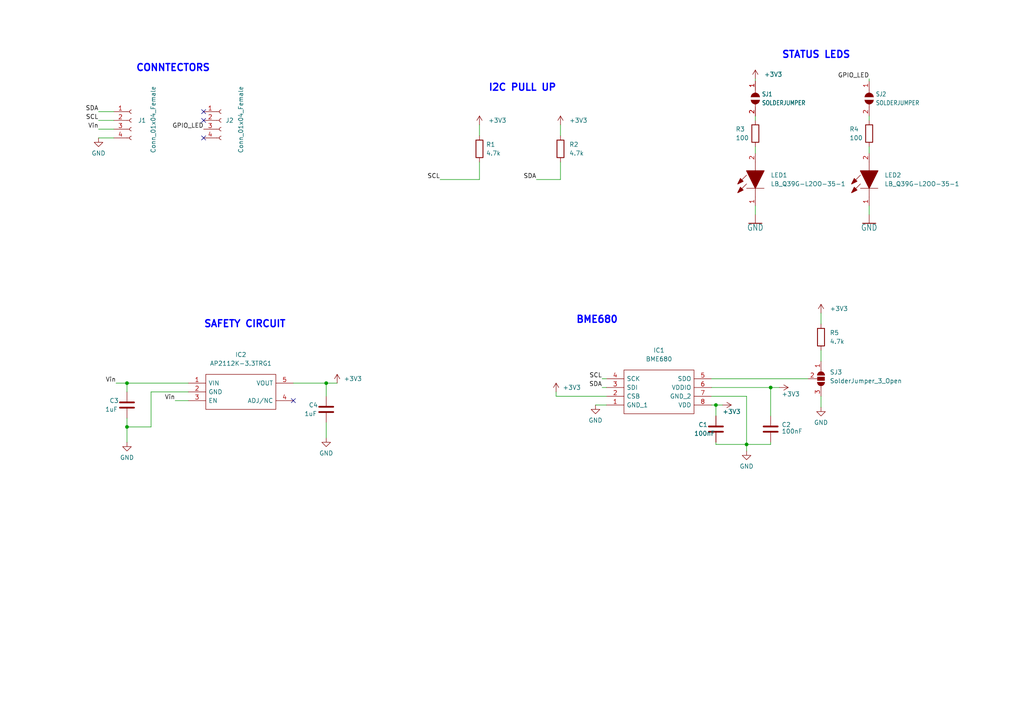
<source format=kicad_sch>
(kicad_sch (version 20230121) (generator eeschema)
  (paper "A4")
  (lib_symbols
    (symbol "AP2112K-3.3TRG1:AP2112K-3.3TRG1" (pin_names (offset 0.762))
      (property "Reference" "IC" (at 26.67 7.62 0))
      (property "Value" "AP2112K-3.3TRG1" (at 26.67 5.08 0))
      (symbol "AP2112K-3.3TRG1_0_0"
        (pin passive line (at 0 0 0) (length 5.08) (name "VIN") (number "1"))
        (pin passive line (at 0 -2.54 0) (length 5.08) (name "GND") (number "2"))
        (pin passive line (at 0 -5.08 0) (length 5.08) (name "EN") (number "3"))
        (pin passive line (at 30.48 -5.08 180) (length 5.08) (name "ADJ/NC") (number "4"))
        (pin passive line (at 30.48 0 180) (length 5.08) (name "VOUT") (number "5"))
      )
      (symbol "AP2112K-3.3TRG1_0_1"
        (polyline (pts (xy 5.08 2.54) (xy 25.4 2.54) (xy 25.4 -7.62) (xy 5.08 -7.62) (xy 5.08 2.54)) (stroke (width 0.1524)))
      )
    )
    (symbol "Adafruit BMP390-eagle-import:SOLDERJUMPER"
      (property "Reference" "SJ" (at -2.54 2.54 0))
      (property "Value" "SOLDERJUMPER" (at -2.54 -3.81 0))
      (symbol "SOLDERJUMPER_1_0"
        (arc (start -0.381 1.2699) (mid -1.6508 0) (end -0.381 -1.2699) (stroke (width 0.0001)) (fill (type outline)))
        (polyline (pts (xy -2.54 0) (xy -1.651 0)) (stroke (width 0.1524)))
        (polyline (pts (xy 2.54 0) (xy 1.651 0)) (stroke (width 0.1524)))
        (arc (start 0.381 -1.2699) (mid 1.6508 0) (end 0.381 1.2699) (stroke (width 0.0001)) (fill (type outline)))
        (pin passive line (at -5.08 0 0) (length 2.54) (name "1") (number "1"))
        (pin passive line (at 5.08 0 180) (length 2.54) (name "2") (number "2"))
      )
    )
    (symbol "BME680:BME680" (pin_names (offset 0.762))
      (property "Reference" "IC" (at 26.67 7.62 0))
      (property "Value" "BME680" (at 26.67 5.08 0))
      (symbol "BME680_0_0"
        (pin passive line (at 0 -7.62 0) (length 5.08) (name "GND_1") (number "1"))
        (pin passive line (at 0 -5.08 0) (length 5.08) (name "CSB") (number "2"))
        (pin passive line (at 0 -2.54 0) (length 5.08) (name "SDI") (number "3"))
        (pin passive line (at 0 0 0) (length 5.08) (name "SCK") (number "4"))
        (pin passive line (at 30.48 0 180) (length 5.08) (name "SDO") (number "5"))
        (pin passive line (at 30.48 -2.54 180) (length 5.08) (name "VDDIO") (number "6"))
        (pin passive line (at 30.48 -5.08 180) (length 5.08) (name "GND_2") (number "7"))
        (pin passive line (at 30.48 -7.62 180) (length 5.08) (name "VDD") (number "8"))
      )
      (symbol "BME680_0_1"
        (polyline (pts (xy 5.08 2.54) (xy 25.4 2.54) (xy 25.4 -10.16) (xy 5.08 -10.16) (xy 5.08 2.54)) (stroke (width 0.1524)))
      )
    )
    (symbol "Connector:Conn_01x04_Female" (pin_names (offset 1.016) hide)
      (property "Reference" "J" (at 0 5.08 0))
      (property "Value" "Conn_01x04_Female" (at 0 -7.62 0))
      (symbol "Conn_01x04_Female_1_1"
        (arc (start 0 -4.572) (mid -0.5058 -5.08) (end 0 -5.588) (stroke (width 0.1524)))
        (arc (start 0 -2.032) (mid -0.5058 -2.54) (end 0 -3.048) (stroke (width 0.1524)))
        (polyline (pts (xy -1.27 -5.08) (xy -0.508 -5.08)) (stroke (width 0.1524)))
        (polyline (pts (xy -1.27 -2.54) (xy -0.508 -2.54)) (stroke (width 0.1524)))
        (polyline (pts (xy -1.27 0) (xy -0.508 0)) (stroke (width 0.1524)))
        (polyline (pts (xy -1.27 2.54) (xy -0.508 2.54)) (stroke (width 0.1524)))
        (arc (start 0 0.508) (mid -0.5058 0) (end 0 -0.508) (stroke (width 0.1524)))
        (arc (start 0 3.048) (mid -0.5058 2.54) (end 0 2.032) (stroke (width 0.1524)))
        (pin passive line (at -5.08 2.54 0) (length 3.81) (name "Pin_1") (number "1"))
        (pin passive line (at -5.08 0 0) (length 3.81) (name "Pin_2") (number "2"))
        (pin passive line (at -5.08 -2.54 0) (length 3.81) (name "Pin_3") (number "3"))
        (pin passive line (at -5.08 -5.08 0) (length 3.81) (name "Pin_4") (number "4"))
      )
    )
    (symbol "Device:C" (pin_numbers hide) (pin_names (offset 0.254))
      (property "Reference" "C" (at 0.635 2.54 0))
      (property "Value" "C" (at 0.635 -2.54 0))
      (symbol "C_0_1"
        (polyline (pts (xy -2.032 -0.762) (xy 2.032 -0.762)) (stroke (width 0.508)))
        (polyline (pts (xy -2.032 0.762) (xy 2.032 0.762)) (stroke (width 0.508)))
      )
      (symbol "C_1_1"
        (pin passive line (at 0 3.81 270) (length 2.794) (name "~") (number "1"))
        (pin passive line (at 0 -3.81 90) (length 2.794) (name "~") (number "2"))
      )
    )
    (symbol "Device:R" (pin_numbers hide) (pin_names (offset 0))
      (property "Reference" "R" (at 2.032 0 90))
      (property "Value" "R" (at 0 0 90))
      (symbol "R_0_1"
        (rectangle (start -1.016 -2.54) (end 1.016 2.54) (stroke (width 0.254)))
      )
      (symbol "R_1_1"
        (pin passive line (at 0 3.81 270) (length 1.27) (name "~") (number "1"))
        (pin passive line (at 0 -3.81 90) (length 1.27) (name "~") (number "2"))
      )
    )
    (symbol "Jumper:SolderJumper_3_Open" (pin_names (offset 0) hide)
      (property "Reference" "JP" (at -2.54 -2.54 0))
      (property "Value" "SolderJumper_3_Open" (at 0 2.794 0))
      (symbol "SolderJumper_3_Open_0_1"
        (arc (start -1.016 1.016) (mid -2.0276 0) (end -1.016 -1.016))
        (arc (start -1.016 1.016) (mid -2.0276 0) (end -1.016 -1.016) (fill (type outline)))
        (rectangle (start -0.508 1.016) (end 0.508 -1.016) (fill (type outline)))
        (polyline (pts (xy -2.54 0) (xy -2.032 0)))
        (polyline (pts (xy -1.016 1.016) (xy -1.016 -1.016)))
        (polyline (pts (xy 0 -1.27) (xy 0 -1.016)))
        (polyline (pts (xy 1.016 1.016) (xy 1.016 -1.016)))
        (polyline (pts (xy 2.54 0) (xy 2.032 0)))
        (arc (start 1.016 -1.016) (mid 2.0276 0) (end 1.016 1.016))
        (arc (start 1.016 -1.016) (mid 2.0276 0) (end 1.016 1.016) (fill (type outline)))
      )
      (symbol "SolderJumper_3_Open_1_1"
        (pin passive line (at -5.08 0 0) (length 2.54) (name "A") (number "1"))
        (pin passive line (at 0 -3.81 90) (length 2.54) (name "C") (number "2"))
        (pin passive line (at 5.08 0 180) (length 2.54) (name "B") (number "3"))
      )
    )
    (symbol "LB_Q39G-L2OO-35-1:LB_Q39G-L2OO-35-1" (pin_names (offset 0.762))
      (property "Reference" "LED" (at 12.7 8.89 0))
      (property "Value" "LB_Q39G-L2OO-35-1" (at 12.7 6.35 0))
      (symbol "LB_Q39G-L2OO-35-1_0_0"
        (pin passive line (at 0 0 0) (length 2.54) (name "~") (number "1"))
        (pin passive line (at 15.24 0 180) (length 2.54) (name "~") (number "2"))
      )
      (symbol "LB_Q39G-L2OO-35-1_0_1"
        (polyline (pts (xy 2.54 0) (xy 5.08 0)) (stroke (width 0.1524)))
        (polyline (pts (xy 5.08 2.54) (xy 5.08 -2.54)) (stroke (width 0.1524)))
        (polyline (pts (xy 6.35 2.54) (xy 3.81 5.08)) (stroke (width 0.1524)))
        (polyline (pts (xy 8.89 2.54) (xy 6.35 5.08)) (stroke (width 0.1524)))
        (polyline (pts (xy 10.16 0) (xy 12.7 0)) (stroke (width 0.1524)))
        (polyline (pts (xy 5.08 0) (xy 10.16 2.54) (xy 10.16 -2.54) (xy 5.08 0)) (stroke (width 0.254)) (fill (type outline)))
        (polyline (pts (xy 5.334 4.318) (xy 4.572 3.556) (xy 3.81 5.08) (xy 5.334 4.318)) (stroke (width 0.254)) (fill (type outline)))
        (polyline (pts (xy 7.874 4.318) (xy 7.112 3.556) (xy 6.35 5.08) (xy 7.874 4.318)) (stroke (width 0.254)) (fill (type outline)))
      )
    )
    (symbol "SparkFun Qwiic ToF Imager - VL53L5CX - Mini-eagle-import:GND" (power)
      (property "Value" "GND" (at 0 -0.254 0))
      (symbol "GND_1_0"
        (polyline (pts (xy -1.905 0) (xy 1.905 0)) (stroke (width 0.254)))
        (pin power_in line (at 0 2.54 270) (length 2.54) (name "GND") (number "1"))
      )
    )
    (symbol "power:+3V3" (power) (pin_names (offset 0))
      (property "Value" "+3V3" (at 0 3.556 0))
      (symbol "+3V3_0_1"
        (polyline (pts (xy -0.762 1.27) (xy 0 2.54)))
        (polyline (pts (xy 0 0) (xy 0 2.54)))
        (polyline (pts (xy 0 2.54) (xy 0.762 1.27)))
      )
      (symbol "+3V3_1_1"
        (pin power_in line (at 0 0 90) (length 0) hide (name "+3V3") (number "1"))
      )
    )
    (symbol "power:GND" (power) (pin_names (offset 0))
      (property "Value" "GND" (at 0 -3.81 0))
      (symbol "GND_0_1"
        (polyline (pts (xy 0 0) (xy 0 -1.27) (xy 1.27 -1.27) (xy 0 -2.54) (xy -1.27 -1.27) (xy 0 -1.27)))
      )
      (symbol "GND_1_1"
        (pin power_in line (at 0 0 270) (length 0) hide (name "GND") (number "1"))
      )
    )
  )
  (junction (at 94.615 111.125))
  (junction (at 216.535 128.905))
  (junction (at 207.645 117.475))
  (junction (at 36.83 111.125))
  (junction (at 223.52 112.395))
  (junction (at 36.83 123.825))
  (no_connect (at 59.055 32.385))
  (no_connect (at 59.055 34.925))
  (no_connect (at 59.055 40.005))
  (no_connect (at 85.09 116.205))
  (wire (pts (xy 206.375 114.935) (xy 216.535 114.935)))
  (wire (pts (xy 127.635 52.07) (xy 139.065 52.07)))
  (wire (pts (xy 36.83 121.285) (xy 36.83 123.825)))
  (wire (pts (xy 50.8 116.205) (xy 54.61 116.205)))
  (wire (pts (xy 162.56 36.195) (xy 162.56 39.37)))
  (wire (pts (xy 155.575 52.07) (xy 162.56 52.07)))
  (wire (pts (xy 161.29 114.935) (xy 175.895 114.935)))
  (wire (pts (xy 207.645 128.27) (xy 207.645 128.905)))
  (wire (pts (xy 36.83 123.825) (xy 43.815 123.825)))
  (wire (pts (xy 207.645 117.475) (xy 207.645 120.65)))
  (wire (pts (xy 162.56 46.99) (xy 162.56 52.07)))
  (wire (pts (xy 36.83 123.825) (xy 36.83 128.27)))
  (wire (pts (xy 238.125 101.6) (xy 238.125 104.775)))
  (wire (pts (xy 43.815 113.665) (xy 54.61 113.665)))
  (wire (pts (xy 97.79 111.125) (xy 94.615 111.125)))
  (wire (pts (xy 172.72 117.475) (xy 175.895 117.475)))
  (wire (pts (xy 216.535 128.905) (xy 223.52 128.905)))
  (wire (pts (xy 33.02 37.465) (xy 28.575 37.465)))
  (wire (pts (xy 33.655 111.125) (xy 36.83 111.125)))
  (wire (pts (xy 252.095 62.23) (xy 252.095 59.69)))
  (wire (pts (xy 139.065 52.07) (xy 139.065 46.99)))
  (wire (pts (xy 252.095 33.655) (xy 252.095 34.925)))
  (wire (pts (xy 33.02 40.005) (xy 28.575 40.005)))
  (wire (pts (xy 161.29 113.665) (xy 161.29 114.935)))
  (wire (pts (xy 207.645 117.475) (xy 206.375 117.475)))
  (wire (pts (xy 219.075 22.86) (xy 219.075 23.495)))
  (wire (pts (xy 94.615 122.555) (xy 94.615 127)))
  (wire (pts (xy 33.02 32.385) (xy 28.575 32.385)))
  (wire (pts (xy 223.52 112.395) (xy 226.06 112.395)))
  (wire (pts (xy 94.615 111.125) (xy 94.615 114.935)))
  (wire (pts (xy 36.83 111.125) (xy 54.61 111.125)))
  (wire (pts (xy 223.52 128.27) (xy 223.52 128.905)))
  (wire (pts (xy 252.095 42.545) (xy 252.095 44.45)))
  (wire (pts (xy 216.535 130.81) (xy 216.535 128.905)))
  (wire (pts (xy 219.075 62.23) (xy 219.075 59.69)))
  (wire (pts (xy 223.52 112.395) (xy 223.52 120.65)))
  (wire (pts (xy 238.125 90.805) (xy 238.125 93.98)))
  (wire (pts (xy 36.83 111.125) (xy 36.83 113.665)))
  (wire (pts (xy 206.375 112.395) (xy 223.52 112.395)))
  (wire (pts (xy 219.075 42.545) (xy 219.075 44.45)))
  (wire (pts (xy 207.645 128.905) (xy 216.535 128.905)))
  (wire (pts (xy 209.55 117.475) (xy 207.645 117.475)))
  (wire (pts (xy 252.095 22.86) (xy 252.095 23.495)))
  (wire (pts (xy 219.075 33.655) (xy 219.075 34.925)))
  (wire (pts (xy 206.375 109.855) (xy 234.315 109.855)))
  (wire (pts (xy 139.065 36.195) (xy 139.065 39.37)))
  (wire (pts (xy 43.815 113.665) (xy 43.815 123.825)))
  (wire (pts (xy 238.125 118.11) (xy 238.125 114.935)))
  (wire (pts (xy 174.625 112.395) (xy 175.895 112.395)))
  (wire (pts (xy 33.02 34.925) (xy 28.575 34.925)))
  (wire (pts (xy 174.625 109.855) (xy 175.895 109.855)))
  (wire (pts (xy 94.615 111.125) (xy 85.09 111.125)))
  (wire (pts (xy 216.535 114.935) (xy 216.535 128.905)))
  (text "BME680" (at 167.005 93.98 0) (effects (font (size 2 2) bold) (justify left bottom)))
  (text "STATUS LEDS" (at 226.695 17.145 0) (effects (font (size 2 2) bold) (justify left bottom)))
  (text "I2C PULL UP" (at 141.605 26.67 0) (effects (font (size 2 2) bold) (justify left bottom)))
  (text "CONNTECTORS" (at 39.37 20.955 0) (effects (font (size 2 2) bold) (justify left bottom)))
  (text "SAFETY CIRCUIT" (at 59.055 95.25 0) (effects (font (size 2 2) bold) (justify left bottom)))
  (label "GPIO_LED" (at 59.055 37.465 180))
  (label "SDA" (at 174.625 112.395 180))
  (label "SDA" (at 28.575 32.385 180))
  (label "SCL" (at 127.635 52.07 180))
  (label "Vin" (at 50.8 116.205 180))
  (label "SCL" (at 28.575 34.925 180))
  (label "SCL" (at 174.625 109.855 180))
  (label "SDA" (at 155.575 52.07 180))
  (label "Vin" (at 33.655 111.125 180))
  (label "GPIO_LED" (at 252.095 22.86 180))
  (label "Vin" (at 28.575 37.465 180))
  (symbol (lib_id "Device:C") (at 94.615 118.745 0) (unit 1)
    (property "Reference" "C4" (at 89.535 117.475 0) (effects (justify left)))
    (property "Value" "1uF" (at 88.265 120.015 0) (effects (justify left)))
    (property "Footprint" "Capacitor_SMD:C_0603_1608Metric" (effects hide))
  )
  (symbol (lib_id "AP2112K-3.3TRG1:AP2112K-3.3TRG1") (at 54.61 111.125 0) (unit 1)
    (property "Reference" "IC2" (at 69.85 102.87 0))
    (property "Value" "AP2112K-3.3TRG1" (at 69.85 105.41 0))
    (property "Footprint" "KiCAD_Components_Footprints_Local:SOT95P282X130-5N" (effects hide))
    (property "Description" "600mA 3.3V LDO Regulator Enable SOT23-5 DiodesZetex AP2112K-3.3TRG1, LDO Voltage Regulator, 3.3 V +/-1.5%, 2.5  6 Vin, 5-Pin SOT-23" (effects hide))
    (property "Height" "1.3" (effects hide))
    (property "Mouser Part Number" "621-AP2112K-3.3TRG1" (effects hide))
    (property "Mouser Price/Stock" "https://www.mouser.co.uk/ProductDetail/Diodes-Incorporated/AP2112K-3.3TRG1?qs=x6A8l6qLYDDPYHosCdzh%2FA%3D%3D" (effects hide))
    (property "Manufacturer_Name" "Diodes Inc." (effects hide))
    (property "Manufacturer_Part_Number" "AP2112K-3.3TRG1" (effects hide))
  )
  (symbol (lib_id "LB_Q39G-L2OO-35-1:LB_Q39G-L2OO-35-1") (at 219.075 59.69 90) (unit 1)
    (property "Reference" "LED1" (at 223.52 50.7999 90) (effects (justify right)))
    (property "Value" "LB_Q39G-L2OO-35-1" (at 223.52 53.3399 90) (effects (justify right)))
    (property "Footprint" "LB_Q39G-L2OO-35-1:LEDC1608X40N" (effects hide))
    (property "Description" "Standard LEDs - SMD Blue, 470nm 45mcd, 5mA" (effects hide))
    (property "Height" "0.4" (effects hide))
    (property "Mouser Part Number" "720-LBQ39GL2N2351" (effects hide))
    (property "Mouser Price/Stock" "https://www.mouser.co.uk/ProductDetail/OSRAM-Opto-Semiconductors/LB-Q39G-L2OO-35-1?qs=74fRo9GAWsxvZBH6a5xY%252BA%3D%3D" (effects hide))
    (property "Manufacturer_Name" "OSRAM" (effects hide))
    (property "Manufacturer_Part_Number" "LB Q39G-L2OO-35-1" (effects hide))
  )
  (symbol (lib_id "BME680:BME680") (at 175.895 109.855 0) (unit 1)
    (property "Reference" "IC1" (at 191.135 101.6 0))
    (property "Value" "BME680" (at 191.135 104.14 0))
    (property "Footprint" "BME680" (effects hide))
    (property "Datasheet" "https://datasheet.datasheetarchive.com/originals/distributors/DKDS-24/462907.pdf" (effects hide))
    (property "Description" "Air Quality Sensors Environmental Sensor VOC IIR EMC" (effects hide))
    (property "Mouser Part Number" "262-BME680" (effects hide))
    (property "Mouser Price/Stock" "https://www.mouser.co.uk/ProductDetail/Bosch-Sensortec/BME680?qs=v271MhAjFHjo0yA%2FC4OnDQ%3D%3D" (effects hide))
    (property "Manufacturer_Name" "BOSCH" (effects hide))
    (property "Manufacturer_Part_Number" "BME680" (effects hide))
  )
  (symbol (lib_id "power:+3V3") (at 238.125 90.805 0) (unit 1)
    (property "Reference" "#PWR0103" (effects hide))
    (property "Value" "+3V3" (at 240.665 89.5349 0) (effects (justify left)))
  )
  (symbol (lib_id "Device:C") (at 223.52 124.46 0) (unit 1)
    (property "Reference" "C2" (at 226.695 123.19 0) (effects (justify left)))
    (property "Value" "100nF" (at 226.695 125.095 0) (effects (justify left)))
    (property "Footprint" "Capacitor_SMD:C_0603_1608Metric" (effects hide))
  )
  (symbol (lib_id "power:GND") (at 216.535 130.81 0) (unit 1)
    (property "Reference" "#PWR0101" (effects hide))
    (property "Value" "GND" (at 216.535 135.255 0))
  )
  (symbol (lib_id "power:+3V3") (at 219.075 22.86 0) (unit 1)
    (property "Reference" "#PWR0104" (effects hide))
    (property "Value" "+3V3" (at 221.615 21.5899 0) (effects (justify left)))
  )
  (symbol (lib_id "power:GND") (at 94.615 127 0) (unit 1)
    (property "Reference" "#PWR0114" (effects hide))
    (property "Value" "GND" (at 94.615 131.445 0))
  )
  (symbol (lib_id "Device:C") (at 207.645 124.46 0) (unit 1)
    (property "Reference" "C1" (at 202.565 123.19 0) (effects (justify left)))
    (property "Value" "100nF" (at 201.295 125.73 0) (effects (justify left)))
    (property "Footprint" "Capacitor_SMD:C_0603_1608Metric" (effects hide))
  )
  (symbol (lib_id "SparkFun Qwiic ToF Imager - VL53L5CX - Mini-eagle-import:GND") (at 252.095 64.77 0) (unit 1)
    (property "Reference" "#GND0101" (effects hide))
    (property "Value" "GND" (at 252.095 65.024 0) (effects (font (size 1.778 1.5113)) (justify top)))
    (property "Footprint" "SparkFun Qwiic ToF Imager - VL53L5CX - Mini:" (effects hide))
  )
  (symbol (lib_id "Connector:Conn_01x04_Female") (at 64.135 34.925 0) (unit 1)
    (property "Reference" "J2" (at 65.405 34.9249 0) (effects (justify left)))
    (property "Value" "Conn_01x04_Female" (at 69.85 44.45 90) (effects (justify left)))
    (property "Footprint" "Connector_PinHeader_2.54mm:PinHeader_1x04_P2.54mm_Vertical" (effects hide))
  )
  (symbol (lib_id "power:GND") (at 36.83 128.27 0) (unit 1)
    (property "Reference" "#PWR0113" (effects hide))
    (property "Value" "GND" (at 36.83 132.715 0))
  )
  (symbol (lib_id "Jumper:SolderJumper_3_Open") (at 238.125 109.855 270) (unit 1)
    (property "Reference" "SJ3" (at 240.665 107.95 90) (effects (justify left)))
    (property "Value" "SolderJumper_3_Open" (at 240.665 110.49 90) (effects (justify left)))
    (property "Footprint" "Jumper:SolderJumper-3_P1.3mm_Open_RoundedPad1.0x1.5mm" (effects hide))
  )
  (symbol (lib_id "Device:C") (at 36.83 117.475 0) (unit 1)
    (property "Reference" "C3" (at 31.75 116.205 0) (effects (justify left)))
    (property "Value" "1uF" (at 30.48 118.745 0) (effects (justify left)))
    (property "Footprint" "Capacitor_SMD:C_0603_1608Metric" (effects hide))
  )
  (symbol (lib_id "power:+3V3") (at 161.29 113.665 0) (unit 1)
    (property "Reference" "#PWR0108" (effects hide))
    (property "Value" "+3V3" (at 163.195 112.3949 0) (effects (justify left)))
  )
  (symbol (lib_id "power:GND") (at 238.125 118.11 0) (unit 1)
    (property "Reference" "#PWR0107" (effects hide))
    (property "Value" "GND" (at 238.125 122.555 0))
  )
  (symbol (lib_id "power:+3V3") (at 209.55 117.475 270) (unit 1)
    (property "Reference" "#PWR0102" (effects hide))
    (property "Value" "+3V3" (at 209.55 119.38 90) (effects (justify left)))
  )
  (symbol (lib_id "Device:R") (at 252.095 38.735 0) (unit 1)
    (property "Reference" "R4" (at 246.38 37.465 0) (effects (justify left)))
    (property "Value" "100" (at 246.38 40.005 0) (effects (justify left)))
    (property "Footprint" "Resistor_SMD:R_0603_1608Metric" (effects hide))
  )
  (symbol (lib_id "power:+3V3") (at 97.79 111.125 0) (unit 1)
    (property "Reference" "#PWR0110" (effects hide))
    (property "Value" "+3V3" (at 99.695 109.8549 0) (effects (justify left)))
  )
  (symbol (lib_id "LB_Q39G-L2OO-35-1:LB_Q39G-L2OO-35-1") (at 252.095 59.69 90) (unit 1)
    (property "Reference" "LED2" (at 256.54 50.7999 90) (effects (justify right)))
    (property "Value" "LB_Q39G-L2OO-35-1" (at 256.54 53.3399 90) (effects (justify right)))
    (property "Footprint" "LB_Q39G-L2OO-35-1:LEDC1608X40N" (effects hide))
    (property "Description" "Standard LEDs - SMD Blue, 470nm 45mcd, 5mA" (effects hide))
    (property "Height" "0.4" (effects hide))
    (property "Mouser Part Number" "720-LBQ39GL2N2351" (effects hide))
    (property "Mouser Price/Stock" "https://www.mouser.co.uk/ProductDetail/OSRAM-Opto-Semiconductors/LB-Q39G-L2OO-35-1?qs=74fRo9GAWsxvZBH6a5xY%252BA%3D%3D" (effects hide))
    (property "Manufacturer_Name" "OSRAM" (effects hide))
    (property "Manufacturer_Part_Number" "LB Q39G-L2OO-35-1" (effects hide))
  )
  (symbol (lib_id "SparkFun Qwiic ToF Imager - VL53L5CX - Mini-eagle-import:GND") (at 219.075 64.77 0) (unit 1)
    (property "Reference" "#GND0102" (effects hide))
    (property "Value" "GND" (at 219.075 65.024 0) (effects (font (size 1.778 1.5113)) (justify top)))
    (property "Footprint" "SparkFun Qwiic ToF Imager - VL53L5CX - Mini:" (effects hide))
  )
  (symbol (lib_id "power:GND") (at 172.72 117.475 0) (unit 1)
    (property "Reference" "#PWR0109" (effects hide))
    (property "Value" "GND" (at 172.72 121.92 0))
  )
  (symbol (lib_id "power:+3V3") (at 226.06 112.395 270) (unit 1)
    (property "Reference" "#PWR0106" (effects hide))
    (property "Value" "+3V3" (at 226.695 114.3 90) (effects (justify left)))
  )
  (symbol (lib_id "power:+3V3") (at 162.56 36.195 0) (unit 1)
    (property "Reference" "#PWR0105" (effects hide))
    (property "Value" "+3V3" (at 165.1 34.9249 0) (effects (justify left)))
  )
  (symbol (lib_id "power:+3V3") (at 139.065 36.195 0) (unit 1)
    (property "Reference" "#PWR0112" (effects hide))
    (property "Value" "+3V3" (at 141.605 34.9249 0) (effects (justify left)))
  )
  (symbol (lib_id "power:GND") (at 28.575 40.005 0) (unit 1)
    (property "Reference" "#PWR0111" (effects hide))
    (property "Value" "GND" (at 28.575 44.45 0))
  )
  (symbol (lib_id "Device:R") (at 219.075 38.735 0) (unit 1)
    (property "Reference" "R3" (at 213.36 37.465 0) (effects (justify left)))
    (property "Value" "100" (at 213.36 40.005 0) (effects (justify left)))
    (property "Footprint" "Resistor_SMD:R_0603_1608Metric" (effects hide))
  )
  (symbol (lib_id "Connector:Conn_01x04_Female") (at 38.1 34.925 0) (unit 1)
    (property "Reference" "J1" (at 40.005 34.9249 0) (effects (justify left)))
    (property "Value" "Conn_01x04_Female" (at 44.45 44.45 90) (effects (justify left)))
    (property "Footprint" "Connector_PinHeader_2.54mm:PinHeader_1x04_P2.54mm_Vertical" (effects hide))
  )
  (symbol (lib_id "Device:R") (at 139.065 43.18 0) (unit 1)
    (property "Reference" "R1" (at 140.97 41.9099 0) (effects (justify left)))
    (property "Value" "4.7k" (at 140.97 44.4499 0) (effects (justify left)))
    (property "Footprint" "Resistor_SMD:R_0603_1608Metric" (effects hide))
  )
  (symbol (lib_id "Adafruit BMP390-eagle-import:SOLDERJUMPER") (at 252.095 28.575 270) (unit 1)
    (property "Reference" "SJ2" (at 254 27.3049 90) (effects (font (size 1.27 1.0795)) (justify left)))
    (property "Value" "SOLDERJUMPER" (at 254 29.8449 90) (effects (font (size 1.27 1.0795)) (justify left)))
    (property "Footprint" "Jumper:SolderJumper-2_P1.3mm_Open_RoundedPad1.0x1.5mm" (effects hide))
  )
  (symbol (lib_id "Device:R") (at 162.56 43.18 0) (unit 1)
    (property "Reference" "R2" (at 165.1 41.9099 0) (effects (justify left)))
    (property "Value" "4.7k" (at 165.1 44.4499 0) (effects (justify left)))
    (property "Footprint" "Resistor_SMD:R_0603_1608Metric" (effects hide))
  )
  (symbol (lib_id "Adafruit BMP390-eagle-import:SOLDERJUMPER") (at 219.075 28.575 270) (unit 1)
    (property "Reference" "SJ1" (at 220.98 27.3049 90) (effects (font (size 1.27 1.0795)) (justify left)))
    (property "Value" "SOLDERJUMPER" (at 220.98 29.8449 90) (effects (font (size 1.27 1.0795)) (justify left)))
    (property "Footprint" "Jumper:SolderJumper-2_P1.3mm_Open_RoundedPad1.0x1.5mm" (effects hide))
  )
  (symbol (lib_id "Device:R") (at 238.125 97.79 0) (unit 1)
    (property "Reference" "R5" (at 240.665 96.5199 0) (effects (justify left)))
    (property "Value" "4.7k" (at 240.665 99.0599 0) (effects (justify left)))
    (property "Footprint" "Resistor_SMD:R_0603_1608Metric" (effects hide))
  )
)
</source>
